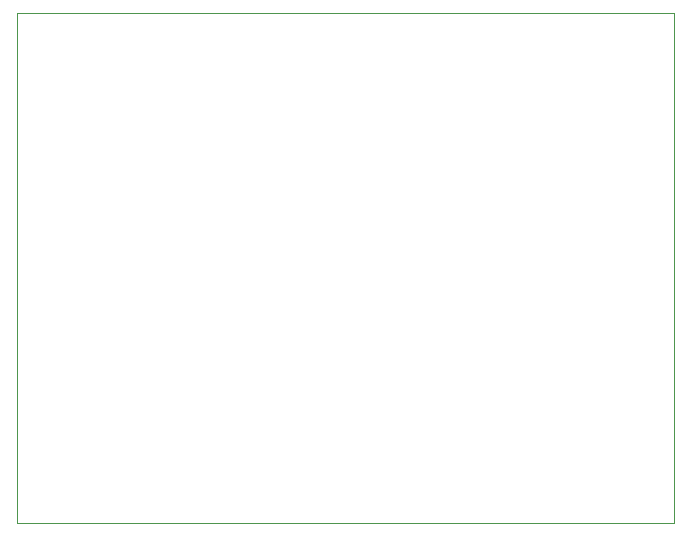
<source format=gm1>
G04 #@! TF.GenerationSoftware,KiCad,Pcbnew,7.0.7*
G04 #@! TF.CreationDate,2023-10-16T19:16:17+02:00*
G04 #@! TF.ProjectId,WaterValve,57617465-7256-4616-9c76-652e6b696361,Rev 6.1*
G04 #@! TF.SameCoordinates,Original*
G04 #@! TF.FileFunction,Profile,NP*
%FSLAX46Y46*%
G04 Gerber Fmt 4.6, Leading zero omitted, Abs format (unit mm)*
G04 Created by KiCad (PCBNEW 7.0.7) date 2023-10-16 19:16:17*
%MOMM*%
%LPD*%
G01*
G04 APERTURE LIST*
G04 #@! TA.AperFunction,Profile*
%ADD10C,0.050000*%
G04 #@! TD*
G04 APERTURE END LIST*
D10*
X135890000Y-81153000D02*
X191516000Y-81153000D01*
X191516000Y-124333000D01*
X135890000Y-124333000D01*
X135890000Y-81153000D01*
M02*

</source>
